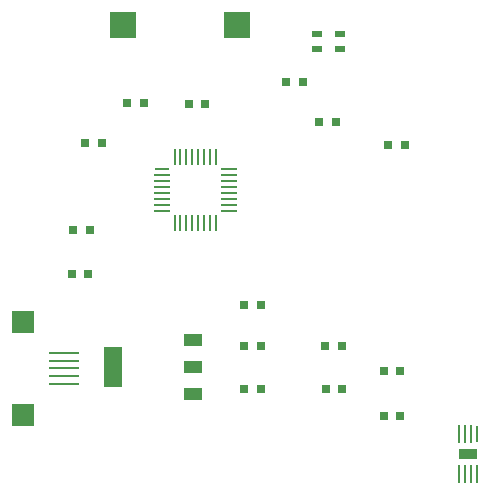
<source format=gtp>
G04*
G04 #@! TF.GenerationSoftware,Altium Limited,Altium Designer,18.1.7 (191)*
G04*
G04 Layer_Color=8421504*
%FSLAX43Y43*%
%MOMM*%
G71*
G01*
G75*
%ADD19R,1.550X1.100*%
%ADD20R,1.550X3.450*%
%ADD21R,2.200X2.200*%
%ADD22R,0.850X0.600*%
%ADD23R,0.250X1.350*%
%ADD24R,1.350X0.250*%
%ADD25O,1.350X0.250*%
%ADD26R,1.900X1.900*%
%ADD27R,2.500X0.250*%
%ADD28R,0.762X0.762*%
%ADD29R,0.250X1.500*%
%ADD30O,0.250X1.500*%
%ADD31R,1.600X0.900*%
D19*
X16583Y15254D02*
D03*
Y12954D02*
D03*
Y10654D02*
D03*
D20*
X9833Y12954D02*
D03*
D21*
X10694Y41910D02*
D03*
X20294D02*
D03*
D22*
X27117Y41163D02*
D03*
Y39863D02*
D03*
X29017D02*
D03*
Y41163D02*
D03*
D23*
X15045Y30769D02*
D03*
X15545D02*
D03*
X16045D02*
D03*
X16545D02*
D03*
X17045D02*
D03*
X17545D02*
D03*
X18045D02*
D03*
X18545D02*
D03*
Y25119D02*
D03*
X18045D02*
D03*
X17545D02*
D03*
X17045D02*
D03*
X16545D02*
D03*
X16045D02*
D03*
X15545D02*
D03*
X15045D02*
D03*
D24*
X19620Y29694D02*
D03*
Y29194D02*
D03*
Y28694D02*
D03*
Y28194D02*
D03*
Y27694D02*
D03*
Y27194D02*
D03*
Y26694D02*
D03*
Y26194D02*
D03*
X13970D02*
D03*
Y26694D02*
D03*
Y27194D02*
D03*
Y27694D02*
D03*
Y28194D02*
D03*
Y28694D02*
D03*
Y29194D02*
D03*
D25*
Y29694D02*
D03*
D26*
X2207Y8877D02*
D03*
Y16777D02*
D03*
D27*
X5667Y11527D02*
D03*
Y12177D02*
D03*
Y12827D02*
D03*
Y13477D02*
D03*
Y14127D02*
D03*
D28*
X29210Y14732D02*
D03*
X27813D02*
D03*
X27849Y11049D02*
D03*
X29224D02*
D03*
X22352D02*
D03*
X20955D02*
D03*
X22352Y14732D02*
D03*
X20955D02*
D03*
X32766Y8763D02*
D03*
X34163D02*
D03*
X32766Y12573D02*
D03*
X34163D02*
D03*
X33147Y31750D02*
D03*
X34544D02*
D03*
X20955Y18161D02*
D03*
X22352D02*
D03*
X11049Y35306D02*
D03*
X12446D02*
D03*
X16256Y35179D02*
D03*
X17653D02*
D03*
X6477Y24511D02*
D03*
X7874D02*
D03*
X7747Y20828D02*
D03*
X6350D02*
D03*
X8890Y31877D02*
D03*
X7493D02*
D03*
X28702Y33655D02*
D03*
X27305D02*
D03*
X24511Y37084D02*
D03*
X25908D02*
D03*
D29*
X39128Y3863D02*
D03*
X39628D02*
D03*
X40128D02*
D03*
X40628D02*
D03*
X40128Y7313D02*
D03*
X39628D02*
D03*
X39128D02*
D03*
D30*
X40628D02*
D03*
D31*
X39878Y5588D02*
D03*
M02*

</source>
